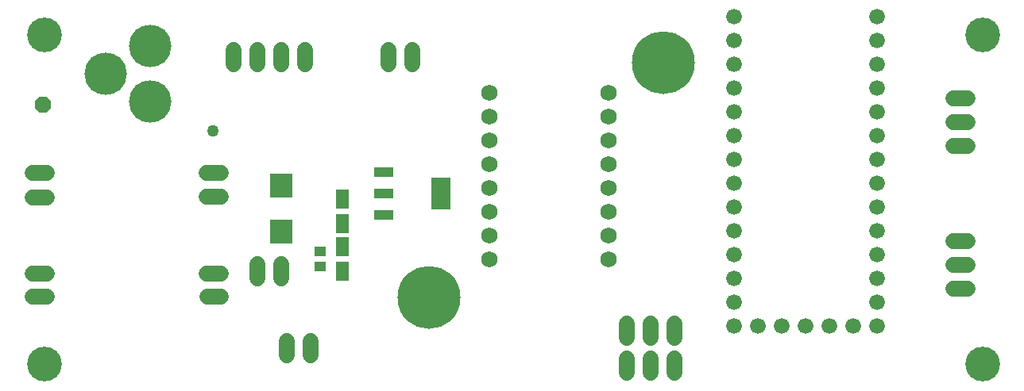
<source format=gbr>
G04 EAGLE Gerber RS-274X export*
G75*
%MOMM*%
%FSLAX34Y34*%
%LPD*%
%INSoldermask Top*%
%IPPOS*%
%AMOC8*
5,1,8,0,0,1.08239X$1,22.5*%
G01*
G04 Define Apertures*
%ADD10C,3.703200*%
%ADD11C,6.703200*%
%ADD12C,1.727200*%
%ADD13C,1.676400*%
%ADD14C,1.711200*%
%ADD15C,1.727200*%
%ADD16C,4.521200*%
%ADD17P,1.8695X8X22.5*%
%ADD18R,2.406800X2.571200*%
%ADD19R,1.173400X1.124100*%
%ADD20R,2.063500X1.101100*%
%ADD21R,2.063500X3.392300*%
%ADD22R,1.391900X1.998700*%
%ADD23C,1.259600*%
D10*
X446400Y611500D03*
X446400Y963300D03*
X1445900Y963300D03*
X1445900Y611500D03*
D11*
X1105900Y933300D03*
X855900Y683300D03*
D12*
X1047750Y723900D03*
X1047750Y749300D03*
X1047750Y774700D03*
X1047750Y800100D03*
X1047750Y825500D03*
X1047750Y850900D03*
X1047750Y876300D03*
X1047750Y901700D03*
X920750Y901700D03*
X920750Y876300D03*
X920750Y850900D03*
X920750Y825500D03*
X920750Y800100D03*
X920750Y774700D03*
X920750Y749300D03*
X920750Y723900D03*
D13*
X1181100Y982474D03*
X1181100Y957074D03*
X1181100Y931674D03*
X1181100Y906274D03*
X1181100Y880874D03*
X1181100Y855474D03*
X1181100Y830074D03*
X1181100Y804674D03*
X1181100Y779274D03*
X1181100Y753874D03*
X1181100Y728474D03*
X1181100Y703074D03*
X1181100Y677674D03*
X1181100Y652274D03*
X1206500Y652274D03*
X1231900Y652274D03*
X1257300Y652274D03*
X1282700Y652274D03*
X1308100Y652274D03*
X1333500Y652274D03*
X1333500Y677674D03*
X1333500Y703074D03*
X1333500Y728474D03*
X1333500Y753874D03*
X1333500Y779274D03*
X1333500Y804674D03*
X1333500Y830074D03*
X1333500Y855474D03*
X1333500Y880874D03*
X1333500Y906274D03*
X1333500Y931674D03*
X1333500Y957074D03*
X1333500Y982474D03*
D14*
X448535Y815961D02*
X433455Y815961D01*
X619280Y815954D02*
X634360Y815954D01*
X448490Y789932D02*
X433410Y789932D01*
X619310Y790132D02*
X634390Y790132D01*
X448490Y708568D02*
X433410Y708568D01*
X619410Y708568D02*
X634490Y708568D01*
X448536Y683776D02*
X433456Y683776D01*
X619484Y684073D02*
X634564Y684073D01*
D15*
X698500Y703580D02*
X698500Y718820D01*
X673100Y718820D02*
X673100Y703580D01*
D16*
X558800Y891700D03*
X558800Y951700D03*
X511800Y921700D03*
D15*
X673100Y932180D02*
X673100Y947420D01*
X698500Y947420D02*
X698500Y932180D01*
X723900Y932180D02*
X723900Y947420D01*
X647700Y947420D02*
X647700Y932180D01*
X1414780Y692150D02*
X1430020Y692150D01*
X1430020Y717550D02*
X1414780Y717550D01*
X1414780Y742950D02*
X1430020Y742950D01*
X812800Y932180D02*
X812800Y947420D01*
X838200Y947420D02*
X838200Y932180D01*
D17*
X444500Y889000D03*
D15*
X1414780Y844550D02*
X1430020Y844550D01*
X1430020Y869950D02*
X1414780Y869950D01*
X1414780Y895350D02*
X1430020Y895350D01*
D18*
X698500Y753314D03*
X698500Y802738D03*
D19*
X739877Y716154D03*
X739877Y731646D03*
D20*
X807450Y816750D03*
X807450Y793750D03*
X807450Y770750D03*
D21*
X868950Y793750D03*
D22*
X764185Y710801D03*
X764185Y736999D03*
X764185Y761601D03*
X764185Y787799D03*
D15*
X704850Y636270D02*
X704850Y621030D01*
X730250Y621030D02*
X730250Y636270D01*
X1066800Y640080D02*
X1066800Y655320D01*
X1092200Y655320D02*
X1092200Y640080D01*
X1117600Y640080D02*
X1117600Y655320D01*
X1066800Y617982D02*
X1066800Y602742D01*
X1092200Y602742D02*
X1092200Y617982D01*
X1117600Y617982D02*
X1117600Y602742D01*
D23*
X625747Y860697D03*
M02*

</source>
